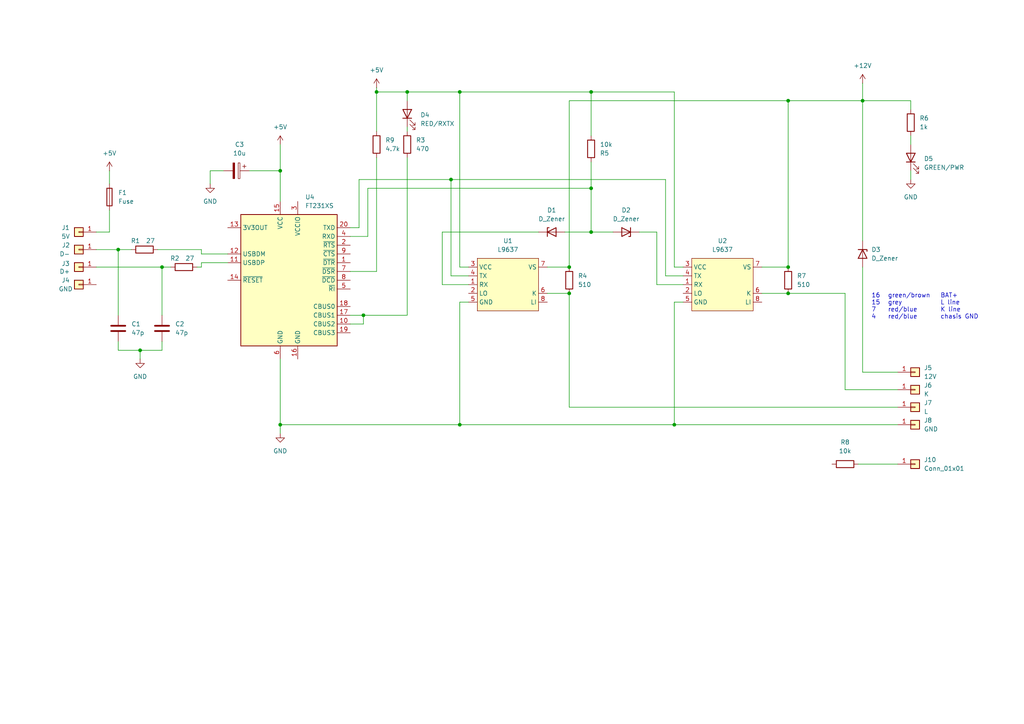
<source format=kicad_sch>
(kicad_sch (version 20250114) (generator "eeschema") (generator_version "9.0")
  (paper "A4")
  (lib_symbols
    (symbol "Connector_Generic:Conn_01x01" (pin_names (offset 1.016) (hide yes))
      (property "Reference" "J" (at 0 2.54 0))
      (property "Value" "Conn_01x01" (at 0 -2.54 0))
      (symbol "Conn_01x01_1_1"
        (rectangle (start -1.27 1.27) (end 1.27 -1.27) (stroke (width 0.254)) (fill (type background)))
        (rectangle (start -1.27 0.127) (end 0 -0.127) (stroke (width 0.1524)))
        (pin passive line (at -5.08 0 0) (length 3.81) (name "Pin_1") (number "1"))
      )
    )
    (symbol "Device:C" (pin_numbers (hide yes)) (pin_names (offset 0.254))
      (property "Reference" "C" (at 0.635 2.54 0))
      (property "Value" "C" (at 0.635 -2.54 0))
      (symbol "C_0_1"
        (polyline (pts (xy -2.032 0.762) (xy 2.032 0.762)) (stroke (width 0.508)))
        (polyline (pts (xy -2.032 -0.762) (xy 2.032 -0.762)) (stroke (width 0.508)))
      )
      (symbol "C_1_1"
        (pin passive line (at 0 3.81 270) (length 2.794) (name "~") (number "1"))
        (pin passive line (at 0 -3.81 90) (length 2.794) (name "~") (number "2"))
      )
    )
    (symbol "Device:C_Polarized" (pin_numbers (hide yes)) (pin_names (offset 0.254))
      (property "Reference" "C" (at 0.635 2.54 0))
      (property "Value" "C_Polarized" (at 0.635 -2.54 0))
      (symbol "C_Polarized_0_1"
        (rectangle (start -2.286 0.508) (end 2.286 1.016))
        (polyline (pts (xy -1.778 2.286) (xy -0.762 2.286)))
        (polyline (pts (xy -1.27 2.794) (xy -1.27 1.778)))
        (rectangle (start 2.286 -0.508) (end -2.286 -1.016) (fill (type outline)))
      )
      (symbol "C_Polarized_1_1"
        (pin passive line (at 0 3.81 270) (length 2.794) (name "~") (number "1"))
        (pin passive line (at 0 -3.81 90) (length 2.794) (name "~") (number "2"))
      )
    )
    (symbol "Device:D_Zener" (pin_numbers (hide yes)) (pin_names (offset 1.016) (hide yes))
      (property "Reference" "D" (at 0 2.54 0))
      (property "Value" "D_Zener" (at 0 -2.54 0))
      (symbol "D_Zener_0_1"
        (polyline (pts (xy -1.27 -1.27) (xy -1.27 1.27) (xy -0.762 1.27)) (stroke (width 0.254)))
        (polyline (pts (xy 1.27 0) (xy -1.27 0)))
        (polyline (pts (xy 1.27 -1.27) (xy 1.27 1.27) (xy -1.27 0) (xy 1.27 -1.27)) (stroke (width 0.254)))
      )
      (symbol "D_Zener_1_1"
        (pin passive line (at -3.81 0 0) (length 2.54) (name "K") (number "1"))
        (pin passive line (at 3.81 0 180) (length 2.54) (name "A") (number "2"))
      )
    )
    (symbol "Device:Fuse" (pin_numbers (hide yes)) (pin_names (offset 0))
      (property "Reference" "F" (at 2.032 0 90))
      (property "Value" "Fuse" (at -1.905 0 90))
      (symbol "Fuse_0_1"
        (rectangle (start -0.762 -2.54) (end 0.762 2.54) (stroke (width 0.254)))
        (polyline (pts (xy 0 2.54) (xy 0 -2.54)))
      )
      (symbol "Fuse_1_1"
        (pin passive line (at 0 3.81 270) (length 1.27) (name "~") (number "1"))
        (pin passive line (at 0 -3.81 90) (length 1.27) (name "~") (number "2"))
      )
    )
    (symbol "Device:LED" (pin_numbers (hide yes)) (pin_names (offset 1.016) (hide yes))
      (property "Reference" "D" (at 0 2.54 0))
      (property "Value" "LED" (at 0 -2.54 0))
      (symbol "LED_0_1"
        (polyline (pts (xy -3.048 -0.762) (xy -4.572 -2.286) (xy -3.81 -2.286) (xy -4.572 -2.286) (xy -4.572 -1.524)))
        (polyline (pts (xy -1.778 -0.762) (xy -3.302 -2.286) (xy -2.54 -2.286) (xy -3.302 -2.286) (xy -3.302 -1.524)))
        (polyline (pts (xy -1.27 0) (xy 1.27 0)))
        (polyline (pts (xy -1.27 -1.27) (xy -1.27 1.27)) (stroke (width 0.254)))
        (polyline (pts (xy 1.27 -1.27) (xy 1.27 1.27) (xy -1.27 0) (xy 1.27 -1.27)) (stroke (width 0.254)))
      )
      (symbol "LED_1_1"
        (pin passive line (at -3.81 0 0) (length 2.54) (name "K") (number "1"))
        (pin passive line (at 3.81 0 180) (length 2.54) (name "A") (number "2"))
      )
    )
    (symbol "Device:R" (pin_numbers (hide yes)) (pin_names (offset 0))
      (property "Reference" "R" (at 2.032 0 90))
      (property "Value" "R" (at 0 0 90))
      (symbol "R_0_1"
        (rectangle (start -1.016 -2.54) (end 1.016 2.54) (stroke (width 0.254)))
      )
      (symbol "R_1_1"
        (pin passive line (at 0 3.81 270) (length 1.27) (name "~") (number "1"))
        (pin passive line (at 0 -3.81 90) (length 1.27) (name "~") (number "2"))
      )
    )
    (symbol "Interface_USB:FT231XS"
      (property "Reference" "U" (at -13.97 20.32 0))
      (property "Value" "FT231XS" (at 7.62 20.32 0))
      (symbol "FT231XS_0_1"
        (rectangle (start -13.97 19.05) (end 13.97 -19.05) (stroke (width 0.254)) (fill (type background)))
      )
      (symbol "FT231XS_1_1"
        (pin power_out line (at -17.78 15.24 0) (length 3.81) (name "3V3OUT") (number "13"))
        (pin bidirectional line (at -17.78 7.62 0) (length 3.81) (name "USBDM") (number "12"))
        (pin bidirectional line (at -17.78 5.08 0) (length 3.81) (name "USBDP") (number "11"))
        (pin input line (at -17.78 0 0) (length 3.81) (name "~{RESET}") (number "14"))
        (pin power_in line (at -2.54 22.86 270) (length 3.81) (name "VCC") (number "15"))
        (pin power_in line (at -2.54 -22.86 90) (length 3.81) (name "GND") (number "6"))
        (pin power_in line (at 2.54 22.86 270) (length 3.81) (name "VCCIO") (number "3"))
        (pin power_in line (at 2.54 -22.86 90) (length 3.81) (name "GND") (number "16"))
        (pin output line (at 17.78 15.24 180) (length 3.81) (name "TXD") (number "20"))
        (pin input line (at 17.78 12.7 180) (length 3.81) (name "RXD") (number "4"))
        (pin output line (at 17.78 10.16 180) (length 3.81) (name "~{RTS}") (number "2"))
        (pin input line (at 17.78 7.62 180) (length 3.81) (name "~{CTS}") (number "9"))
        (pin output line (at 17.78 5.08 180) (length 3.81) (name "~{DTR}") (number "1"))
        (pin input line (at 17.78 2.54 180) (length 3.81) (name "~{DSR}") (number "7"))
        (pin input line (at 17.78 0 180) (length 3.81) (name "~{DCD}") (number "8"))
        (pin input line (at 17.78 -2.54 180) (length 3.81) (name "~{RI}") (number "5"))
        (pin bidirectional line (at 17.78 -7.62 180) (length 3.81) (name "CBUS0") (number "18"))
        (pin bidirectional line (at 17.78 -10.16 180) (length 3.81) (name "CBUS1") (number "17"))
        (pin bidirectional line (at 17.78 -12.7 180) (length 3.81) (name "CBUS2") (number "10"))
        (pin bidirectional line (at 17.78 -15.24 180) (length 3.81) (name "CBUS3") (number "19"))
      )
    )
    (symbol "ST-L9647:L9637"
      (property "Reference" "U" (at -8.382 8.89 0))
      (property "Value" "L9637" (at 5.842 8.89 0))
      (symbol "L9637_1_1"
        (rectangle (start -8.89 7.62) (end 8.89 -7.62) (fill (type background)))
        (pin power_in line (at -11.43 5.08 0) (length 2.54) (name "VS") (number "7"))
        (pin bidirectional line (at -11.43 -2.54 0) (length 2.54) (name "K") (number "6"))
        (pin input line (at -11.43 -5.08 0) (length 2.54) (name "LI") (number "8"))
        (pin power_in line (at 11.43 5.08 180) (length 2.54) (name "VCC") (number "3"))
        (pin output line (at 11.43 2.54 180) (length 2.54) (name "TX") (number "4"))
        (pin input line (at 11.43 0 180) (length 2.54) (name "RX") (number "1"))
        (pin output line (at 11.43 -2.54 180) (length 2.54) (name "LO") (number "2"))
        (pin power_in line (at 11.43 -5.08 180) (length 2.54) (name "GND") (number "5"))
      )
    )
    (symbol "power:+12V" (power) (pin_numbers (hide yes)) (pin_names (offset 0) (hide yes))
      (property "Value" "+12V" (at 0 3.556 0))
      (symbol "+12V_0_1"
        (polyline (pts (xy -0.762 1.27) (xy 0 2.54)))
        (polyline (pts (xy 0 2.54) (xy 0.762 1.27)))
        (polyline (pts (xy 0 0) (xy 0 2.54)))
      )
      (symbol "+12V_1_1"
        (pin power_in line (at 0 0 90) (length 0) (name "~") (number "1"))
      )
    )
    (symbol "power:+5V" (power) (pin_numbers (hide yes)) (pin_names (offset 0) (hide yes))
      (property "Value" "+5V" (at 0 3.556 0))
      (symbol "+5V_0_1"
        (polyline (pts (xy -0.762 1.27) (xy 0 2.54)))
        (polyline (pts (xy 0 2.54) (xy 0.762 1.27)))
        (polyline (pts (xy 0 0) (xy 0 2.54)))
      )
      (symbol "+5V_1_1"
        (pin power_in line (at 0 0 90) (length 0) (name "~") (number "1"))
      )
    )
    (symbol "power:GND" (power) (pin_numbers (hide yes)) (pin_names (offset 0) (hide yes))
      (property "Value" "GND" (at 0 -3.81 0))
      (symbol "GND_0_1"
        (polyline (pts (xy 0 0) (xy 0 -1.27) (xy 1.27 -1.27) (xy 0 -2.54) (xy -1.27 -1.27) (xy 0 -1.27)))
      )
      (symbol "GND_1_1"
        (pin power_in line (at 0 0 270) (length 0) (name "~") (number "1"))
      )
    )
  )
  (text "16	green/brown	BAT+\n15	grey		L line\n7	red/blue	K line\n4	red/blue	chasis GND" (at 252.73 88.9 0) (effects (font (size 1.27 1.27)) (justify left)))
  (junction (at 133.35 123.19))
  (junction (at 250.19 29.21))
  (junction (at 165.1 85.09))
  (junction (at 165.1 77.47))
  (junction (at 228.6 77.47))
  (junction (at 171.45 67.31))
  (junction (at 109.22 26.67))
  (junction (at 228.6 29.21))
  (junction (at 171.45 54.61))
  (junction (at 40.64 101.6))
  (junction (at 130.81 52.07))
  (junction (at 46.99 77.47))
  (junction (at 195.58 123.19))
  (junction (at 228.6 85.09))
  (junction (at 81.28 49.53))
  (junction (at 81.28 123.19))
  (junction (at 118.11 26.67))
  (junction (at 133.35 26.67))
  (junction (at 105.41 91.44))
  (junction (at 171.45 26.67))
  (junction (at 34.29 72.39))
  (wire (pts (xy 104.14 66.04) (xy 101.6 66.04)))
  (wire (pts (xy 165.1 85.09) (xy 165.1 118.11)))
  (wire (pts (xy 158.75 77.47) (xy 165.1 77.47)))
  (wire (pts (xy 264.16 49.53) (xy 264.16 52.07)))
  (wire (pts (xy 105.41 93.98) (xy 105.41 91.44)))
  (wire (pts (xy 193.04 80.01) (xy 198.12 80.01)))
  (wire (pts (xy 135.89 87.63) (xy 133.35 87.63)))
  (wire (pts (xy 193.04 52.07) (xy 193.04 80.01)))
  (wire (pts (xy 195.58 26.67) (xy 171.45 26.67)))
  (wire (pts (xy 58.42 73.66) (xy 66.04 73.66)))
  (wire (pts (xy 81.28 49.53) (xy 81.28 58.42)))
  (wire (pts (xy 34.29 72.39) (xy 34.29 91.44)))
  (wire (pts (xy 190.5 82.55) (xy 198.12 82.55)))
  (wire (pts (xy 118.11 36.83) (xy 118.11 38.1)))
  (wire (pts (xy 228.6 29.21) (xy 250.19 29.21)))
  (wire (pts (xy 133.35 77.47) (xy 133.35 26.67)))
  (wire (pts (xy 250.19 29.21) (xy 264.16 29.21)))
  (wire (pts (xy 158.75 85.09) (xy 165.1 85.09)))
  (wire (pts (xy 250.19 107.95) (xy 260.35 107.95)))
  (wire (pts (xy 60.96 49.53) (xy 60.96 53.34)))
  (wire (pts (xy 101.6 78.74) (xy 109.22 78.74)))
  (wire (pts (xy 133.35 87.63) (xy 133.35 123.19)))
  (wire (pts (xy 104.14 66.04) (xy 104.14 52.07)))
  (wire (pts (xy 118.11 91.44) (xy 118.11 45.72)))
  (wire (pts (xy 40.64 101.6) (xy 46.99 101.6)))
  (wire (pts (xy 250.19 29.21) (xy 250.19 69.85)))
  (wire (pts (xy 105.41 91.44) (xy 118.11 91.44)))
  (wire (pts (xy 220.98 85.09) (xy 228.6 85.09)))
  (wire (pts (xy 34.29 72.39) (xy 38.1 72.39)))
  (wire (pts (xy 128.27 67.31) (xy 128.27 82.55)))
  (wire (pts (xy 101.6 93.98) (xy 105.41 93.98)))
  (wire (pts (xy 264.16 31.75) (xy 264.16 29.21)))
  (wire (pts (xy 245.11 85.09) (xy 245.11 113.03)))
  (wire (pts (xy 198.12 87.63) (xy 195.58 87.63)))
  (wire (pts (xy 46.99 77.47) (xy 49.53 77.47)))
  (wire (pts (xy 128.27 82.55) (xy 135.89 82.55)))
  (wire (pts (xy 165.1 29.21) (xy 228.6 29.21)))
  (wire (pts (xy 163.83 67.31) (xy 171.45 67.31)))
  (wire (pts (xy 81.28 125.73) (xy 81.28 123.19)))
  (wire (pts (xy 106.68 68.58) (xy 106.68 54.61)))
  (wire (pts (xy 250.19 24.13) (xy 250.19 29.21)))
  (wire (pts (xy 171.45 67.31) (xy 177.8 67.31)))
  (wire (pts (xy 46.99 77.47) (xy 27.94 77.47)))
  (wire (pts (xy 46.99 101.6) (xy 46.99 99.06)))
  (wire (pts (xy 118.11 26.67) (xy 133.35 26.67)))
  (wire (pts (xy 135.89 80.01) (xy 130.81 80.01)))
  (wire (pts (xy 156.21 67.31) (xy 128.27 67.31)))
  (wire (pts (xy 57.15 77.47) (xy 58.42 77.47)))
  (wire (pts (xy 171.45 46.99) (xy 171.45 54.61)))
  (wire (pts (xy 40.64 101.6) (xy 40.64 104.14)))
  (wire (pts (xy 64.77 49.53) (xy 60.96 49.53)))
  (wire (pts (xy 165.1 118.11) (xy 260.35 118.11)))
  (wire (pts (xy 58.42 72.39) (xy 58.42 73.66)))
  (wire (pts (xy 101.6 68.58) (xy 106.68 68.58)))
  (wire (pts (xy 109.22 45.72) (xy 109.22 78.74)))
  (wire (pts (xy 58.42 76.2) (xy 66.04 76.2)))
  (wire (pts (xy 190.5 67.31) (xy 190.5 82.55)))
  (wire (pts (xy 133.35 123.19) (xy 195.58 123.19)))
  (wire (pts (xy 106.68 54.61) (xy 171.45 54.61)))
  (wire (pts (xy 46.99 77.47) (xy 46.99 91.44)))
  (wire (pts (xy 109.22 26.67) (xy 109.22 38.1)))
  (wire (pts (xy 27.94 72.39) (xy 34.29 72.39)))
  (wire (pts (xy 245.11 113.03) (xy 260.35 113.03)))
  (wire (pts (xy 81.28 104.14) (xy 81.28 123.19)))
  (wire (pts (xy 250.19 77.47) (xy 250.19 107.95)))
  (wire (pts (xy 195.58 77.47) (xy 195.58 26.67)))
  (wire (pts (xy 45.72 72.39) (xy 58.42 72.39)))
  (wire (pts (xy 130.81 80.01) (xy 130.81 52.07)))
  (wire (pts (xy 220.98 77.47) (xy 228.6 77.47)))
  (wire (pts (xy 34.29 101.6) (xy 40.64 101.6)))
  (wire (pts (xy 58.42 77.47) (xy 58.42 76.2)))
  (wire (pts (xy 31.75 67.31) (xy 31.75 60.96)))
  (wire (pts (xy 195.58 87.63) (xy 195.58 123.19)))
  (wire (pts (xy 228.6 29.21) (xy 228.6 77.47)))
  (wire (pts (xy 27.94 67.31) (xy 31.75 67.31)))
  (wire (pts (xy 171.45 39.37) (xy 171.45 26.67)))
  (wire (pts (xy 118.11 26.67) (xy 109.22 26.67)))
  (wire (pts (xy 198.12 77.47) (xy 195.58 77.47)))
  (wire (pts (xy 135.89 77.47) (xy 133.35 77.47)))
  (wire (pts (xy 264.16 39.37) (xy 264.16 41.91)))
  (wire (pts (xy 133.35 26.67) (xy 171.45 26.67)))
  (wire (pts (xy 104.14 52.07) (xy 130.81 52.07)))
  (wire (pts (xy 195.58 123.19) (xy 260.35 123.19)))
  (wire (pts (xy 118.11 26.67) (xy 118.11 29.21)))
  (wire (pts (xy 31.75 49.53) (xy 31.75 53.34)))
  (wire (pts (xy 81.28 41.91) (xy 81.28 49.53)))
  (wire (pts (xy 34.29 99.06) (xy 34.29 101.6)))
  (wire (pts (xy 165.1 77.47) (xy 165.1 29.21)))
  (wire (pts (xy 171.45 54.61) (xy 171.45 67.31)))
  (wire (pts (xy 101.6 91.44) (xy 105.41 91.44)))
  (wire (pts (xy 109.22 25.4) (xy 109.22 26.67)))
  (wire (pts (xy 248.92 134.62) (xy 260.35 134.62)))
  (wire (pts (xy 133.35 123.19) (xy 81.28 123.19)))
  (wire (pts (xy 130.81 52.07) (xy 193.04 52.07)))
  (wire (pts (xy 185.42 67.31) (xy 190.5 67.31)))
  (wire (pts (xy 72.39 49.53) (xy 81.28 49.53)))
  (wire (pts (xy 228.6 85.09) (xy 245.11 85.09)))
  (symbol (lib_id "Device:R") (at 165.1 81.28 0) (unit 1)
    (property "Reference" "R4" (at 167.64 80.0099 0) (effects (justify left)))
    (property "Value" "510" (at 167.64 82.5499 0) (effects (justify left)))
    (property "Footprint" "Resistor_SMD:R_0805_2012Metric" (effects (hide yes)))
    (property "Description" "Resistor" (effects (hide yes)))
  )
  (symbol (lib_id "ST-L9647:L9637") (at 147.32 82.55 0) (mirror y) (unit 1)
    (property "Reference" "U1" (at 147.32 69.85 0))
    (property "Value" "L9637" (at 147.32 72.39 0))
    (property "Footprint" "Package_SO:SO-8_3.9x4.9mm_P1.27mm" (effects (hide yes)))
  )
  (symbol (lib_id "Device:LED") (at 264.16 45.72 90) (unit 1)
    (property "Reference" "D5" (at 267.97 46.0374 90) (effects (justify right)))
    (property "Value" "GREEN/PWR" (at 267.97 48.5774 90) (effects (justify right)))
    (property "Footprint" "LED_THT:LED_D3.0mm" (effects (hide yes)))
    (property "Description" "Light emitting diode" (effects (hide yes)))
    (property "Sim.Pins" "1=K 2=A" (effects (hide yes)))
  )
  (symbol (lib_id "Connector_Generic:Conn_01x01") (at 22.86 67.31 0) (mirror y) (unit 1)
    (property "Reference" "J1" (at 19.05 66.04 0))
    (property "Value" "5V" (at 19.05 68.58 0))
    (property "Footprint" "Connector_Wire:SolderWirePad_1x01_SMD_1x2mm" (effects (hide yes)))
    (property "Description" "Generic connector, single row, 01x01, script generated (kicad-library-utils/schlib/autogen/connector/)" (effects (hide yes)))
  )
  (symbol (lib_id "Device:R") (at 41.91 72.39 90) (unit 1)
    (property "Reference" "R1" (at 40.6399 69.85 90) (effects (justify left)))
    (property "Value" "27" (at 44.958 69.85 90) (effects (justify left)))
    (property "Footprint" "Resistor_SMD:R_0805_2012Metric" (effects (hide yes)))
    (property "Description" "Resistor" (effects (hide yes)))
  )
  (symbol (lib_id "Connector_Generic:Conn_01x01") (at 265.43 107.95 0) (unit 1)
    (property "Reference" "J5" (at 267.97 106.6799 0) (effects (justify left)))
    (property "Value" "12V" (at 267.97 109.2199 0) (effects (justify left)))
    (property "Footprint" "Connector_Wire:SolderWirePad_1x01_SMD_1x2mm" (effects (hide yes)))
    (property "Description" "Generic connector, single row, 01x01, script generated (kicad-library-utils/schlib/autogen/connector/)" (effects (hide yes)))
  )
  (symbol (lib_id "power:+5V") (at 109.22 25.4 0) (unit 1)
    (property "Reference" "#PWR02" (effects (hide yes)))
    (property "Value" "+5V" (at 109.22 20.32 0))
    (property "Description" "Power symbol creates a global label with name \"+5V\"" (effects (hide yes)))
  )
  (symbol (lib_id "power:+5V") (at 31.75 49.53 0) (unit 1)
    (property "Reference" "#PWR01" (effects (hide yes)))
    (property "Value" "+5V" (at 31.75 44.45 0))
    (property "Description" "Power symbol creates a global label with name \"+5V\"" (effects (hide yes)))
  )
  (symbol (lib_id "power:GND") (at 264.16 52.07 0) (unit 1)
    (property "Reference" "#PWR08" (effects (hide yes)))
    (property "Value" "GND" (at 264.16 57.15 0))
    (property "Description" "Power symbol creates a global label with name \"GND\" , ground" (effects (hide yes)))
  )
  (symbol (lib_id "Device:R") (at 228.6 81.28 0) (unit 1)
    (property "Reference" "R7" (at 231.14 80.0099 0) (effects (justify left)))
    (property "Value" "510" (at 231.14 82.5499 0) (effects (justify left)))
    (property "Footprint" "Resistor_SMD:R_0805_2012Metric" (effects (hide yes)))
    (property "Description" "Resistor" (effects (hide yes)))
  )
  (symbol (lib_id "Connector_Generic:Conn_01x01") (at 265.43 134.62 0) (unit 1)
    (property "Reference" "J10" (at 267.97 133.3499 0) (effects (justify left)))
    (property "Value" "Conn_01x01" (at 267.97 135.8899 0) (effects (justify left)))
    (property "Footprint" "Connector_Wire:SolderWirePad_1x01_SMD_1x2mm" (effects (hide yes)))
    (property "Description" "Generic connector, single row, 01x01, script generated (kicad-library-utils/schlib/autogen/connector/)" (effects (hide yes)))
  )
  (symbol (lib_id "Device:R") (at 171.45 43.18 0) (mirror x) (unit 1)
    (property "Reference" "R5" (at 173.99 44.4501 0) (effects (justify left)))
    (property "Value" "10k" (at 173.99 41.9101 0) (effects (justify left)))
    (property "Footprint" "Resistor_SMD:R_0805_2012Metric" (effects (hide yes)))
    (property "Description" "Resistor" (effects (hide yes)))
  )
  (symbol (lib_id "ST-L9647:L9637") (at 209.55 82.55 0) (mirror y) (unit 1)
    (property "Reference" "U2" (at 209.55 69.85 0))
    (property "Value" "L9637" (at 209.55 72.39 0))
    (property "Footprint" "Package_SO:SO-8_3.9x4.9mm_P1.27mm" (effects (hide yes)))
  )
  (symbol (lib_id "power:GND") (at 60.96 53.34 0) (unit 1)
    (property "Reference" "#PWR07" (effects (hide yes)))
    (property "Value" "GND" (at 60.96 58.42 0))
    (property "Description" "Power symbol creates a global label with name \"GND\" , ground" (effects (hide yes)))
  )
  (symbol (lib_id "Device:R") (at 118.11 41.91 0) (unit 1)
    (property "Reference" "R3" (at 120.65 40.6399 0) (effects (justify left)))
    (property "Value" "470" (at 120.65 43.1799 0) (effects (justify left)))
    (property "Footprint" "Resistor_SMD:R_0805_2012Metric" (effects (hide yes)))
    (property "Description" "Resistor" (effects (hide yes)))
  )
  (symbol (lib_id "Connector_Generic:Conn_01x01") (at 22.86 77.47 0) (mirror y) (unit 1)
    (property "Reference" "J3" (at 19.05 76.454 0))
    (property "Value" "D+" (at 20.32 78.7399 0) (effects (justify left)))
    (property "Footprint" "Connector_Wire:SolderWirePad_1x01_SMD_1x2mm" (effects (hide yes)))
    (property "Description" "Generic connector, single row, 01x01, script generated (kicad-library-utils/schlib/autogen/connector/)" (effects (hide yes)))
  )
  (symbol (lib_id "power:GND") (at 81.28 125.73 0) (unit 1)
    (property "Reference" "#PWR05" (effects (hide yes)))
    (property "Value" "GND" (at 81.28 130.81 0))
    (property "Description" "Power symbol creates a global label with name \"GND\" , ground" (effects (hide yes)))
  )
  (symbol (lib_id "Device:C_Polarized") (at 68.58 49.53 270) (unit 1)
    (property "Reference" "C3" (at 69.469 41.91 90))
    (property "Value" "10u" (at 69.469 44.45 90))
    (property "Footprint" "Capacitor_SMD:CP_Elec_6.3x5.2" (effects (hide yes)))
    (property "Description" "Polarized capacitor" (effects (hide yes)))
  )
  (symbol (lib_id "Device:C") (at 34.29 95.25 0) (unit 1)
    (property "Reference" "C1" (at 38.1 93.9799 0) (effects (justify left)))
    (property "Value" "47p" (at 38.1 96.5199 0) (effects (justify left)))
    (property "Footprint" "Capacitor_SMD:C_0805_2012Metric" (effects (hide yes)))
    (property "Description" "Unpolarized capacitor" (effects (hide yes)))
  )
  (symbol (lib_id "Device:D_Zener") (at 250.19 73.66 270) (unit 1)
    (property "Reference" "D3" (at 252.73 72.3899 90) (effects (justify left)))
    (property "Value" "D_Zener" (at 252.73 74.9299 90) (effects (justify left)))
    (property "Footprint" "Diode_SMD:D_MiniMELF" (effects (hide yes)))
    (property "Description" "Zener diode" (effects (hide yes)))
  )
  (symbol (lib_id "Device:R") (at 264.16 35.56 0) (unit 1)
    (property "Reference" "R6" (at 266.7 34.2899 0) (effects (justify left)))
    (property "Value" "1k" (at 266.7 36.8299 0) (effects (justify left)))
    (property "Footprint" "Resistor_SMD:R_0805_2012Metric" (effects (hide yes)))
    (property "Description" "Resistor" (effects (hide yes)))
  )
  (symbol (lib_id "Connector_Generic:Conn_01x01") (at 265.43 123.19 0) (unit 1)
    (property "Reference" "J8" (at 267.97 121.9199 0) (effects (justify left)))
    (property "Value" "GND" (at 267.97 124.4599 0) (effects (justify left)))
    (property "Footprint" "Connector_Wire:SolderWirePad_1x01_SMD_1x2mm" (effects (hide yes)))
    (property "Description" "Generic connector, single row, 01x01, script generated (kicad-library-utils/schlib/autogen/connector/)" (effects (hide yes)))
  )
  (symbol (lib_id "Device:C") (at 46.99 95.25 0) (unit 1)
    (property "Reference" "C2" (at 50.8 93.9799 0) (effects (justify left)))
    (property "Value" "47p" (at 50.8 96.5199 0) (effects (justify left)))
    (property "Footprint" "Capacitor_SMD:C_0805_2012Metric" (effects (hide yes)))
    (property "Description" "Unpolarized capacitor" (effects (hide yes)))
  )
  (symbol (lib_id "Device:R") (at 109.22 41.91 0) (unit 1)
    (property "Reference" "R9" (at 111.76 40.6399 0) (effects (justify left)))
    (property "Value" "4.7k" (at 111.76 43.1799 0) (effects (justify left)))
    (property "Footprint" "Resistor_SMD:R_0805_2012Metric" (effects (hide yes)))
    (property "Description" "Resistor" (effects (hide yes)))
  )
  (symbol (lib_id "Connector_Generic:Conn_01x01") (at 22.86 82.55 0) (mirror y) (unit 1)
    (property "Reference" "J4" (at 19.05 81.28 0))
    (property "Value" "GND" (at 19.05 83.82 0))
    (property "Footprint" "Connector_Wire:SolderWirePad_1x01_SMD_1x2mm" (effects (hide yes)))
    (property "Description" "Generic connector, single row, 01x01, script generated (kicad-library-utils/schlib/autogen/connector/)" (effects (hide yes)))
  )
  (symbol (lib_id "Connector_Generic:Conn_01x01") (at 265.43 118.11 0) (unit 1)
    (property "Reference" "J7" (at 267.97 116.8399 0) (effects (justify left)))
    (property "Value" "L" (at 267.97 119.3799 0) (effects (justify left)))
    (property "Footprint" "Connector_Wire:SolderWirePad_1x01_SMD_1x2mm" (effects (hide yes)))
    (property "Description" "Generic connector, single row, 01x01, script generated (kicad-library-utils/schlib/autogen/connector/)" (effects (hide yes)))
  )
  (symbol (lib_id "Device:Fuse") (at 31.75 57.15 0) (unit 1)
    (property "Reference" "F1" (at 34.29 55.8799 0) (effects (justify left)))
    (property "Value" "Fuse" (at 34.29 58.4199 0) (effects (justify left)))
    (property "Footprint" "Fuse:Fuse_0805_2012Metric" (effects (hide yes)))
    (property "Description" "Fuse" (effects (hide yes)))
  )
  (symbol (lib_id "Connector_Generic:Conn_01x01") (at 22.86 72.39 0) (mirror y) (unit 1)
    (property "Reference" "J2" (at 20.32 71.1199 0) (effects (justify left)))
    (property "Value" "D-" (at 20.32 73.6599 0) (effects (justify left)))
    (property "Footprint" "Connector_Wire:SolderWirePad_1x01_SMD_1x2mm" (effects (hide yes)))
    (property "Description" "Generic connector, single row, 01x01, script generated (kicad-library-utils/schlib/autogen/connector/)" (effects (hide yes)))
  )
  (symbol (lib_id "power:+5V") (at 81.28 41.91 0) (unit 1)
    (property "Reference" "#PWR04" (effects (hide yes)))
    (property "Value" "+5V" (at 81.28 36.83 0))
    (property "Description" "Power symbol creates a global label with name \"+5V\"" (effects (hide yes)))
  )
  (symbol (lib_id "Device:D_Zener") (at 181.61 67.31 180) (unit 1)
    (property "Reference" "D2" (at 181.61 60.96 0))
    (property "Value" "D_Zener" (at 181.61 63.5 0))
    (property "Footprint" "Diode_SMD:D_MiniMELF" (effects (hide yes)))
    (property "Description" "Zener diode" (effects (hide yes)))
  )
  (symbol (lib_id "Interface_USB:FT231XS") (at 83.82 81.28 0) (unit 1)
    (property "Reference" "U4" (at 88.5033 57.15 0) (effects (justify left)))
    (property "Value" "FT231XS" (at 88.5033 59.69 0) (effects (justify left)))
    (property "Footprint" "Package_SO:SSOP-20_3.9x8.7mm_P0.635mm" (effects (hide yes)))
    (property "Datasheet" "https://www.ftdichip.com/Support/Documents/DataSheets/ICs/DS_FT231X.pdf" (effects (hide yes)))
    (property "Description" "Full Speed USB to Full Handshake UART, SSOP-20" (effects (hide yes)))
  )
  (symbol (lib_id "Device:LED") (at 118.11 33.02 90) (unit 1)
    (property "Reference" "D4" (at 121.92 33.3374 90) (effects (justify right)))
    (property "Value" "RED/RXTX" (at 121.92 35.8774 90) (effects (justify right)))
    (property "Footprint" "LED_THT:LED_D3.0mm" (effects (hide yes)))
    (property "Description" "Light emitting diode" (effects (hide yes)))
    (property "Sim.Pins" "1=K 2=A" (effects (hide yes)))
  )
  (symbol (lib_id "Device:R") (at 53.34 77.47 90) (unit 1)
    (property "Reference" "R2" (at 52.0699 74.93 90) (effects (justify left)))
    (property "Value" "27" (at 56.388 74.93 90) (effects (justify left)))
    (property "Footprint" "Resistor_SMD:R_0805_2012Metric" (effects (hide yes)))
    (property "Description" "Resistor" (effects (hide yes)))
  )
  (symbol (lib_id "power:GND") (at 40.64 104.14 0) (unit 1)
    (property "Reference" "#PWR03" (effects (hide yes)))
    (property "Value" "GND" (at 40.64 109.22 0))
    (property "Description" "Power symbol creates a global label with name \"GND\" , ground" (effects (hide yes)))
  )
  (symbol (lib_id "power:+12V") (at 250.19 24.13 0) (unit 1)
    (property "Reference" "#PWR06" (effects (hide yes)))
    (property "Value" "+12V" (at 250.19 19.05 0))
    (property "Description" "Power symbol creates a global label with name \"+12V\"" (effects (hide yes)))
  )
  (symbol (lib_id "Device:R") (at 245.11 134.62 90) (unit 1)
    (property "Reference" "R8" (at 245.11 128.27 90))
    (property "Value" "10k" (at 245.11 130.81 90))
    (property "Footprint" "Resistor_SMD:R_0805_2012Metric" (effects (hide yes)))
    (property "Description" "Resistor" (effects (hide yes)))
  )
  (symbol (lib_id "Connector_Generic:Conn_01x01") (at 265.43 113.03 0) (unit 1)
    (property "Reference" "J6" (at 267.97 111.7599 0) (effects (justify left)))
    (property "Value" "K" (at 267.97 114.2999 0) (effects (justify left)))
    (property "Footprint" "Connector_Wire:SolderWirePad_1x01_SMD_1x2mm" (effects (hide yes)))
    (property "Description" "Generic connector, single row, 01x01, script generated (kicad-library-utils/schlib/autogen/connector/)" (effects (hide yes)))
  )
  (symbol (lib_id "Device:D_Zener") (at 160.02 67.31 0) (unit 1)
    (property "Reference" "D1" (at 160.02 60.96 0))
    (property "Value" "D_Zener" (at 160.02 63.5 0))
    (property "Footprint" "Diode_SMD:D_MiniMELF" (effects (hide yes)))
    (property "Description" "Zener diode" (effects (hide yes)))
  )
)
</source>
